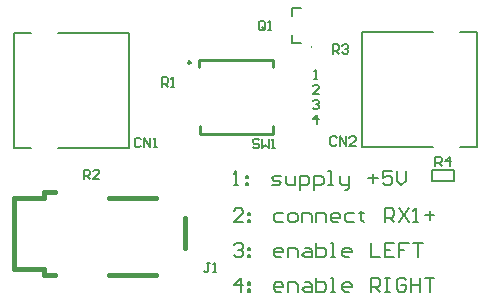
<source format=gto>
G04*
G04 #@! TF.GenerationSoftware,Altium Limited,CircuitMaker,2.3.0 (3)*
G04*
G04 Layer_Color=15132400*
%FSLAX25Y25*%
%MOIN*%
G70*
G04*
G04 #@! TF.SameCoordinates,D5F01219-70E6-4597-8F9B-96EA77F89AD0*
G04*
G04*
G04 #@! TF.FilePolarity,Positive*
G04*
G01*
G75*
%ADD10C,0.01000*%
%ADD11C,0.00591*%
%ADD12C,0.00630*%
%ADD13C,0.01575*%
%ADD14C,0.00709*%
D10*
X158646Y180917D02*
G03*
X158646Y180917I-394J0D01*
G01*
X161795Y181724D02*
X186205D01*
Y179342D02*
Y181724D01*
X161500Y179342D02*
Y181724D01*
X161795Y157276D02*
Y159658D01*
Y157276D02*
X186205D01*
Y159658D01*
D11*
X199016Y186221D02*
G03*
X199016Y186221I-197J0D01*
G01*
X246613Y141407D02*
Y145207D01*
X239213Y141407D02*
X246613D01*
X239213Y145207D02*
X246613D01*
X239213Y141407D02*
Y145207D01*
X192323Y196457D02*
Y199055D01*
X195531D01*
X192323Y187559D02*
Y190157D01*
Y187559D02*
X195531D01*
D12*
X215787Y152815D02*
Y191201D01*
X248465Y191201D02*
X254055D01*
X215787Y191201D02*
X239606D01*
X215787Y152815D02*
X239606D01*
X248465D02*
X254055D01*
Y191201D01*
X138150Y152421D02*
Y190807D01*
X99882Y152421D02*
X105472D01*
X114331Y152421D02*
X138150D01*
X114331Y190807D02*
X138150D01*
X99882D02*
X105472D01*
X99882Y152421D02*
Y190807D01*
X240290Y146457D02*
Y149606D01*
X241864D01*
X242389Y149081D01*
Y148031D01*
X241864Y147507D01*
X240290D01*
X241339D02*
X242389Y146457D01*
X245012D02*
Y149606D01*
X243438Y148031D01*
X245537D01*
X181497Y154987D02*
X180972Y155511D01*
X179922D01*
X179397Y154987D01*
Y154462D01*
X179922Y153937D01*
X180972D01*
X181497Y153412D01*
Y152887D01*
X180972Y152363D01*
X179922D01*
X179397Y152887D01*
X182546Y155511D02*
Y152363D01*
X183596Y153412D01*
X184645Y152363D01*
Y155511D01*
X185695Y152363D02*
X186744D01*
X186220D01*
Y155511D01*
X185695Y154987D01*
X206038Y183859D02*
Y187007D01*
X207612D01*
X208137Y186483D01*
Y185433D01*
X207612Y184908D01*
X206038D01*
X207087D02*
X208137Y183859D01*
X209186Y186483D02*
X209711Y187007D01*
X210760D01*
X211285Y186483D01*
Y185958D01*
X210760Y185433D01*
X210236D01*
X210760D01*
X211285Y184908D01*
Y184383D01*
X210760Y183859D01*
X209711D01*
X209186Y184383D01*
X122967Y142127D02*
Y145275D01*
X124541D01*
X125066Y144750D01*
Y143701D01*
X124541Y143176D01*
X122967D01*
X124016D02*
X125066Y142127D01*
X128214D02*
X126115D01*
X128214Y144226D01*
Y144750D01*
X127690Y145275D01*
X126640D01*
X126115Y144750D01*
X149082Y172835D02*
Y175984D01*
X150656D01*
X151181Y175459D01*
Y174409D01*
X150656Y173885D01*
X149082D01*
X150132D02*
X151181Y172835D01*
X152231D02*
X153280D01*
X152755D01*
Y175984D01*
X152231Y175459D01*
X183465Y192258D02*
Y194357D01*
X182940Y194881D01*
X181890D01*
X181366Y194357D01*
Y192258D01*
X181890Y191733D01*
X182940D01*
X182415Y192782D02*
X183465Y191733D01*
X182940D02*
X183465Y192258D01*
X184514Y191733D02*
X185564D01*
X185039D01*
Y194881D01*
X184514Y194357D01*
X165146Y114189D02*
X164096D01*
X164621D01*
Y111565D01*
X164096Y111040D01*
X163571D01*
X163047Y111565D01*
X166195Y111040D02*
X167245D01*
X166720D01*
Y114189D01*
X166195Y113664D01*
X207350Y155774D02*
X206825Y156299D01*
X205775D01*
X205251Y155774D01*
Y153675D01*
X205775Y153150D01*
X206825D01*
X207350Y153675D01*
X208399Y153150D02*
Y156299D01*
X210498Y153150D01*
Y156299D01*
X213647Y153150D02*
X211548D01*
X213647Y155249D01*
Y155774D01*
X213122Y156299D01*
X212073D01*
X211548Y155774D01*
X142127Y155380D02*
X141602Y155905D01*
X140552D01*
X140027Y155380D01*
Y153281D01*
X140552Y152756D01*
X141602D01*
X142127Y153281D01*
X143176Y152756D02*
Y155905D01*
X145275Y152756D01*
Y155905D01*
X146325Y152756D02*
X147374D01*
X146849D01*
Y155905D01*
X146325Y155380D01*
D13*
X131299Y135827D02*
X147047D01*
X131299Y110236D02*
X147047D01*
X156890Y119016D02*
Y129016D01*
X99803Y112205D02*
X109646D01*
X99803D02*
Y135827D01*
X109646D01*
Y137795D01*
X113583D01*
X109646Y110236D02*
X113583D01*
X109646D02*
Y112205D01*
D14*
X175413Y104528D02*
Y109251D01*
X173051Y106890D01*
X176200D01*
X177774Y107677D02*
X178561D01*
Y106890D01*
X177774D01*
Y107677D01*
Y105315D02*
X178561D01*
Y104528D01*
X177774D01*
Y105315D01*
X188794Y104528D02*
X187220D01*
X186433Y105315D01*
Y106890D01*
X187220Y107677D01*
X188794D01*
X189581Y106890D01*
Y106103D01*
X186433D01*
X191156Y104528D02*
Y107677D01*
X193517D01*
X194304Y106890D01*
Y104528D01*
X196666Y107677D02*
X198240D01*
X199027Y106890D01*
Y104528D01*
X196666D01*
X195878Y105315D01*
X196666Y106103D01*
X199027D01*
X200601Y109251D02*
Y104528D01*
X202963D01*
X203750Y105315D01*
Y106103D01*
Y106890D01*
X202963Y107677D01*
X200601D01*
X205324Y104528D02*
X206898D01*
X206111D01*
Y109251D01*
X205324D01*
X211621Y104528D02*
X210047D01*
X209260Y105315D01*
Y106890D01*
X210047Y107677D01*
X211621D01*
X212408Y106890D01*
Y106103D01*
X209260D01*
X218706Y104528D02*
Y109251D01*
X221067D01*
X221854Y108464D01*
Y106890D01*
X221067Y106103D01*
X218706D01*
X220280D02*
X221854Y104528D01*
X223429Y109251D02*
X225003D01*
X224216D01*
Y104528D01*
X223429D01*
X225003D01*
X230513Y108464D02*
X229726Y109251D01*
X228151D01*
X227364Y108464D01*
Y105315D01*
X228151Y104528D01*
X229726D01*
X230513Y105315D01*
Y106890D01*
X228939D01*
X232087Y109251D02*
Y104528D01*
Y106890D01*
X235236D01*
Y109251D01*
Y104528D01*
X236810Y109251D02*
X239959D01*
X238384D01*
Y104528D01*
X173051Y120026D02*
X173838Y120813D01*
X175413D01*
X176200Y120026D01*
Y119239D01*
X175413Y118452D01*
X174626D01*
X175413D01*
X176200Y117665D01*
Y116877D01*
X175413Y116090D01*
X173838D01*
X173051Y116877D01*
X177774Y119239D02*
X178561D01*
Y118452D01*
X177774D01*
Y119239D01*
Y116877D02*
X178561D01*
Y116090D01*
X177774D01*
Y116877D01*
X188794Y116090D02*
X187220D01*
X186433Y116877D01*
Y118452D01*
X187220Y119239D01*
X188794D01*
X189581Y118452D01*
Y117665D01*
X186433D01*
X191156Y116090D02*
Y119239D01*
X193517D01*
X194304Y118452D01*
Y116090D01*
X196666Y119239D02*
X198240D01*
X199027Y118452D01*
Y116090D01*
X196666D01*
X195878Y116877D01*
X196666Y117665D01*
X199027D01*
X200601Y120813D02*
Y116090D01*
X202963D01*
X203750Y116877D01*
Y117665D01*
Y118452D01*
X202963Y119239D01*
X200601D01*
X205324Y116090D02*
X206898D01*
X206111D01*
Y120813D01*
X205324D01*
X211621Y116090D02*
X210047D01*
X209260Y116877D01*
Y118452D01*
X210047Y119239D01*
X211621D01*
X212408Y118452D01*
Y117665D01*
X209260D01*
X218706Y120813D02*
Y116090D01*
X221854D01*
X226577Y120813D02*
X223429D01*
Y116090D01*
X226577D01*
X223429Y118452D02*
X225003D01*
X231300Y120813D02*
X228151D01*
Y118452D01*
X229726D01*
X228151D01*
Y116090D01*
X232874Y120813D02*
X236023D01*
X234449D01*
Y116090D01*
X176200Y127652D02*
X173051D01*
X176200Y130801D01*
Y131588D01*
X175413Y132375D01*
X173838D01*
X173051Y131588D01*
X177774Y130801D02*
X178561D01*
Y130014D01*
X177774D01*
Y130801D01*
Y128440D02*
X178561D01*
Y127652D01*
X177774D01*
Y128440D01*
X189581Y130801D02*
X187220D01*
X186433Y130014D01*
Y128440D01*
X187220Y127652D01*
X189581D01*
X191943D02*
X193517D01*
X194304Y128440D01*
Y130014D01*
X193517Y130801D01*
X191943D01*
X191156Y130014D01*
Y128440D01*
X191943Y127652D01*
X195878D02*
Y130801D01*
X198240D01*
X199027Y130014D01*
Y127652D01*
X200601D02*
Y130801D01*
X202963D01*
X203750Y130014D01*
Y127652D01*
X207686D02*
X206111D01*
X205324Y128440D01*
Y130014D01*
X206111Y130801D01*
X207686D01*
X208473Y130014D01*
Y129227D01*
X205324D01*
X213196Y130801D02*
X210834D01*
X210047Y130014D01*
Y128440D01*
X210834Y127652D01*
X213196D01*
X215557Y131588D02*
Y130801D01*
X214770D01*
X216344D01*
X215557D01*
Y128440D01*
X216344Y127652D01*
X223429D02*
Y132375D01*
X225790D01*
X226577Y131588D01*
Y130014D01*
X225790Y129227D01*
X223429D01*
X225003D02*
X226577Y127652D01*
X228151Y132375D02*
X231300Y127652D01*
Y132375D02*
X228151Y127652D01*
X232874D02*
X234449D01*
X233662D01*
Y132375D01*
X232874Y131588D01*
X236810Y130014D02*
X239959D01*
X238384Y131588D02*
Y128440D01*
X173051Y140002D02*
X174626D01*
X173838D01*
Y144725D01*
X173051Y143937D01*
X176987Y143150D02*
X177774D01*
Y142363D01*
X176987D01*
Y143150D01*
Y140789D02*
X177774D01*
Y140002D01*
X176987D01*
Y140789D01*
X185645Y140002D02*
X188007D01*
X188794Y140789D01*
X188007Y141576D01*
X186433D01*
X185645Y142363D01*
X186433Y143150D01*
X188794D01*
X190368D02*
Y140789D01*
X191156Y140002D01*
X193517D01*
Y143150D01*
X195091Y138427D02*
Y143150D01*
X197453D01*
X198240Y142363D01*
Y140789D01*
X197453Y140002D01*
X195091D01*
X199814Y138427D02*
Y143150D01*
X202176D01*
X202963Y142363D01*
Y140789D01*
X202176Y140002D01*
X199814D01*
X204537D02*
X206111D01*
X205324D01*
Y144725D01*
X204537D01*
X208473Y143150D02*
Y140789D01*
X209260Y140002D01*
X211621D01*
Y139215D01*
X210834Y138427D01*
X210047D01*
X211621Y140002D02*
Y143150D01*
X217919Y142363D02*
X221067D01*
X219493Y143937D02*
Y140789D01*
X225790Y144725D02*
X222641D01*
Y142363D01*
X224216Y143150D01*
X225003D01*
X225790Y142363D01*
Y140789D01*
X225003Y140002D01*
X223429D01*
X222641Y140789D01*
X227364Y144725D02*
Y141576D01*
X228939Y140002D01*
X230513Y141576D01*
Y144725D01*
X201443Y170426D02*
X199344D01*
X201443Y172525D01*
Y173049D01*
X200919Y173574D01*
X199869D01*
X199344Y173049D01*
Y168050D02*
X199869Y168574D01*
X200919D01*
X201443Y168050D01*
Y167525D01*
X200919Y167000D01*
X200394D01*
X200919D01*
X201443Y166475D01*
Y165951D01*
X200919Y165426D01*
X199869D01*
X199344Y165951D01*
X200919Y160426D02*
Y163574D01*
X199344Y162000D01*
X201443D01*
X199869Y175426D02*
X200919D01*
X200394D01*
Y178574D01*
X199869Y178050D01*
M02*

</source>
